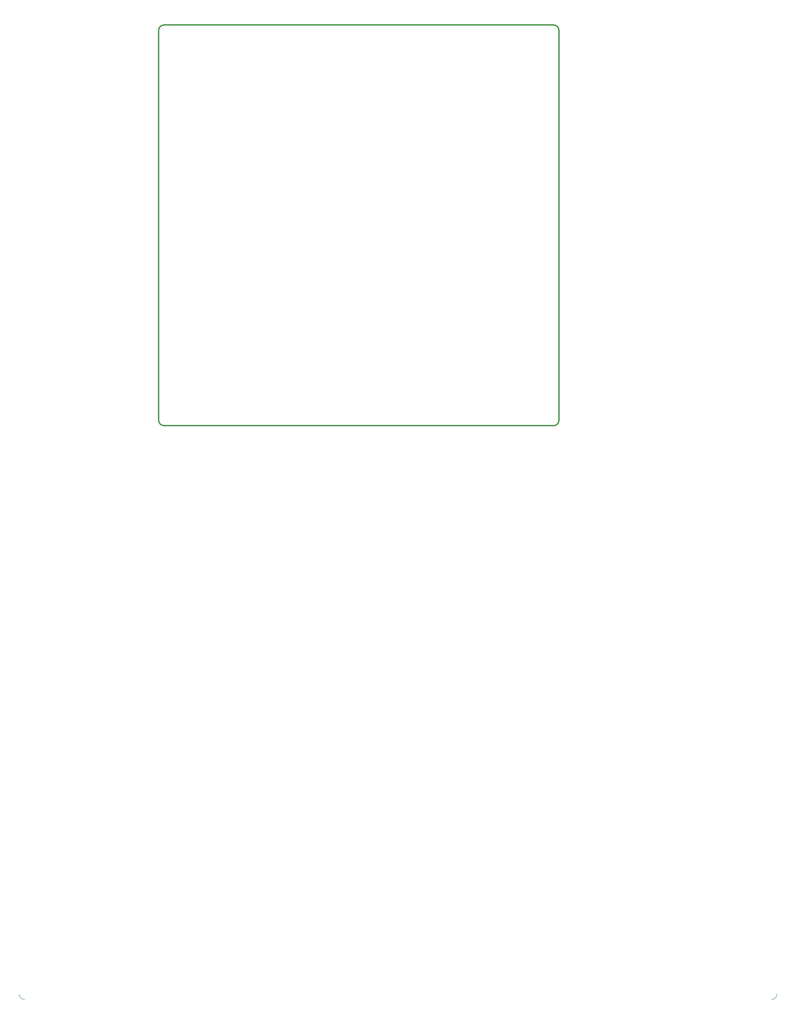
<source format=gm1>
G04*
G04 #@! TF.GenerationSoftware,Altium Limited,Altium Designer,23.10.1 (27)*
G04*
G04 Layer_Color=16711935*
%FSLAX25Y25*%
%MOIN*%
G70*
G04*
G04 #@! TF.SameCoordinates,C39A602E-4AF5-4C04-9668-1E5429A84749*
G04*
G04*
G04 #@! TF.FilePolarity,Positive*
G04*
G01*
G75*
%ADD15C,0.00500*%
%ADD20C,0.02000*%
D15*
X-213710Y-837902D02*
G03*
X-205836Y-845776I7874J0D01*
G01*
X896526D02*
G03*
X904400Y-837902I0J7874D01*
G01*
D20*
X-7874Y7874D02*
G03*
X0Y0I7874J0D01*
G01*
Y590551D02*
G03*
X-7874Y582677I0J-7874D01*
G01*
X582677D02*
G03*
X574803Y590551I-7874J0D01*
G01*
Y0D02*
G03*
X582677Y7874I0J7874D01*
G01*
X0Y0D02*
X574803D01*
X-7874Y7874D02*
X-7874Y582677D01*
X0Y590551D02*
X574803D01*
X582677Y7874D02*
Y582677D01*
M02*

</source>
